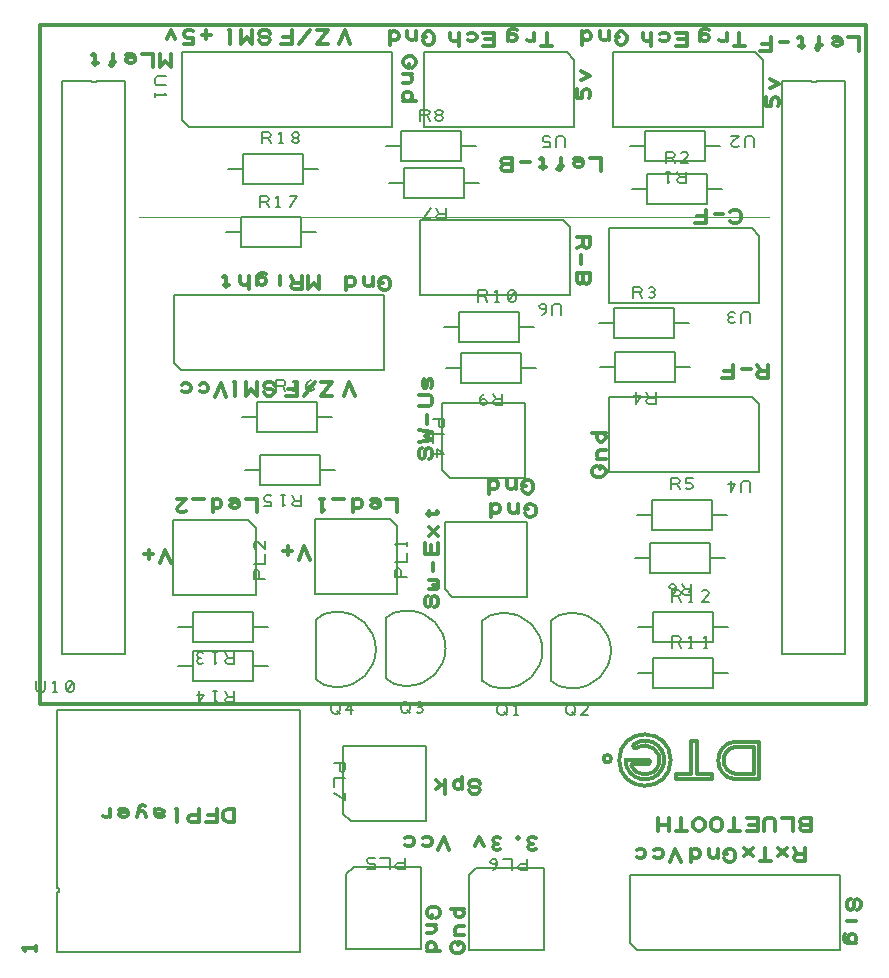
<source format=gbr>
G04 DesignSpark PCB Gerber Version 9.0 Build 5138 *
G04 #@! TF.Part,Single*
G04 #@! TF.FileFunction,Legend,Top *
G04 #@! TF.FilePolarity,Positive *
%FSLAX35Y35*%
%MOIN*%
%ADD22C,0.00394*%
%ADD12C,0.00500*%
%ADD10C,0.01181*%
%ADD19C,0.01200*%
X0Y0D02*
D02*
D10*
X6623Y14168D02*
Y15644D01*
Y14906D02*
X2194D01*
X2932Y14168*
X51431Y143326D02*
X49585Y147756D01*
X47740Y143326*
X45526Y146279D02*
X42573D01*
X44049Y147756D02*
Y144803D01*
X51431Y313110D02*
Y308681D01*
X49585Y310895*
X47740Y308681*
Y313110*
X45526Y308681D02*
Y313110D01*
X41835*
X36667Y312741D02*
X37036Y313110D01*
X37774*
X38513*
X39251Y312741*
X39620Y312003*
Y310895*
X39251Y310526*
X38513Y310157*
X37774*
X37036Y310526*
X36667Y310895*
Y311265*
X37036Y311633*
X37774Y312003*
X38513*
X39251Y311633*
X39620Y311265*
X32238Y313110D02*
Y309419D01*
X31869Y309050*
X31500*
X31131Y309419*
X32976Y310526D02*
X31500D01*
X27194Y310157D02*
X25471D01*
X26333Y309419D02*
Y312741D01*
X25963Y313110*
X25594*
X25225Y312741*
X64817Y319507D02*
X61864D01*
X63341Y320984D02*
Y318031D01*
X58911Y320615D02*
X58173Y320984D01*
X57066*
X56328Y320615*
X55959Y319877*
Y319507*
X56328Y318769*
X57066Y318400*
X58911*
Y316555*
X55959*
X53006Y318031D02*
X51530Y320984D01*
X50053Y318031*
X69935Y198838D02*
X68089Y203267D01*
X66244Y198838*
X61077Y200684D02*
X61815Y200315D01*
X62922*
X63660Y200684*
X64030Y201422*
Y202160*
X63660Y202898*
X62922Y203267*
X61815*
X61077Y202898*
X55171Y200684D02*
X55909Y200315D01*
X57017*
X57755Y200684*
X58124Y201422*
Y202160*
X57755Y202898*
X57017Y203267*
X55909*
X55171Y202898*
X72691Y61535D02*
Y57106D01*
X70476*
X69738Y57475*
X69369Y57844*
X69000Y58582*
Y60059*
X69369Y60797*
X69738Y61166*
X70476Y61535*
X72691*
X66785D02*
Y57106D01*
X63094*
X63833Y59320D02*
X66785D01*
X60880Y61535D02*
Y57106D01*
X58296*
X57558Y57475*
X57189Y58213*
X57558Y58952*
X58296Y59320*
X60880*
X53129Y61535D02*
X53498D01*
Y57106*
X49069Y58952D02*
X48331Y58582D01*
X47223*
X46485Y58952*
X46116Y59690*
Y60797*
X46485Y61166*
X47223Y61535*
X47961*
X48700Y61166*
X49069Y60797*
Y60428*
X48700Y60059*
X47961Y59690*
X47223*
X46485Y60059*
X46116Y60428*
Y60797D02*
Y61535D01*
X43163Y58582D02*
X42794Y60059D01*
X42056Y60797*
X41318*
X40580Y60059*
X40211Y58582*
X40580Y60059D02*
X40949Y61535D01*
X41318Y62273*
X42056Y62643*
X42794Y62273*
X34305Y61166D02*
X34674Y61535D01*
X35412*
X36150*
X36889Y61166*
X37258Y60428*
Y59320*
X36889Y58952*
X36150Y58582*
X35412*
X34674Y58952*
X34305Y59320*
Y59690*
X34674Y60059*
X35412Y60428*
X36150*
X36889Y60059*
X37258Y59690*
X31352Y61535D02*
Y58582D01*
Y59690D02*
X30983Y58952D01*
X30245Y58582*
X29507*
X28769Y58952*
X80171Y160256D02*
Y164685D01*
X76480*
X71313Y164316D02*
X71682Y164685D01*
X72420*
X73158*
X73896Y164316*
X74266Y163578*
Y162470*
X73896Y162101*
X73158Y161732*
X72420*
X71682Y162101*
X71313Y162470*
Y162839*
X71682Y163208*
X72420Y163578*
X73158*
X73896Y163208*
X74266Y162839*
X65407D02*
X65776Y162101D01*
X66515Y161732*
X67253*
X67991Y162101*
X68360Y162839*
Y163578*
X67991Y164316*
X67253Y164685*
X66515*
X65776Y164316*
X65407Y163578*
Y164685D02*
Y160256D01*
X62455Y164685D02*
X58764D01*
X53596D02*
X56549D01*
X53965Y162101*
X53596Y161363*
X53965Y160625*
X54704Y160256*
X55811*
X56549Y160625*
X84502Y319877D02*
X84133Y320615D01*
X83394Y320984*
X81918*
X81180Y320615*
X80811Y319877*
X81180Y319139*
X81918Y318769*
X83394*
X84133Y318400*
X84502Y317662*
X84133Y316924*
X83394Y316555*
X81918*
X81180Y316924*
X80811Y317662*
X78596Y320984D02*
Y316555D01*
X76751Y318769*
X74906Y316555*
Y320984*
X70845D02*
X71215D01*
Y316555*
X86077Y202554D02*
X85707Y203292D01*
X84969Y203661*
X83493*
X82755Y203292*
X82386Y202554*
X82755Y201816*
X83493Y201446*
X84969*
X85707Y201078*
X86077Y200339*
X85707Y199601*
X84969Y199232*
X83493*
X82755Y199601*
X82386Y200339*
X80171Y203661D02*
Y199232D01*
X78326Y201446*
X76480Y199232*
Y203661*
X72420D02*
X72789D01*
Y199232*
X97888Y144507D02*
X96042Y148937D01*
X94197Y144507*
X91982Y147460D02*
X89030D01*
X90506Y148937D02*
Y145984D01*
X101037Y239094D02*
Y234665D01*
X99192Y236880*
X97346Y234665*
Y239094*
X95132D02*
Y234665D01*
X92548*
X91810Y235034*
X91441Y235772*
X91810Y236511*
X92548Y236880*
X95132*
X92548D02*
X91441Y239094D01*
X87750D02*
Y236141D01*
Y235034D02*
X80368Y237249*
X80737Y236511D01*
X81475Y236141*
X82213*
X82952Y236511*
X83321Y237249*
Y237618*
X82952Y238356*
X82213Y238725*
X81475*
X80737Y238356*
X80368Y237618*
Y236141D02*
Y239094D01*
X80737Y239832*
X81475Y240202*
X82583*
X83321Y239832*
X77415Y239094D02*
Y234665D01*
Y237249D02*
X77046Y236511D01*
X76308Y236141*
X75570*
X74831Y236511*
X74463Y237249*
Y239094*
X70894Y236141D02*
X69172D01*
X70033Y235403D02*
Y238725D01*
X69664Y239094*
X69295*
X68926Y238725*
X103793Y316555D02*
X100102D01*
X103793Y320984*
X100102*
X97888D02*
X94197Y316555D01*
X91982Y320984D02*
Y316555D01*
X88291*
X89030Y318769D02*
X91982D01*
X105368Y199232D02*
X101677D01*
X105368Y203661*
X101677*
X99463D02*
X95772Y199232D01*
X93557Y203661D02*
Y199232D01*
X89866*
X90604Y201446D02*
X93557D01*
X111274Y316555D02*
X109428Y320984D01*
X107583Y316555*
X112848Y199232D02*
X111003Y203661D01*
X109157Y199232*
X122076Y236855D02*
X120969D01*
Y237224*
X121337Y237962*
X121707Y238331*
X122445Y238700*
X123183*
X123921Y238331*
X124290Y237962*
X124659Y237224*
Y235748*
X124290Y235009*
X123921Y234641*
X123183Y234271*
X122445*
X121707Y234641*
X121337Y235009*
X120969Y235748*
X118754Y238700D02*
Y235748D01*
Y236855D02*
X118385Y236117D01*
X117646Y235748*
X116908*
X116170Y236117*
X115801Y236855*
Y238700*
X109896Y236855D02*
X110265Y236117D01*
X111003Y235748*
X111741*
X112479Y236117*
X112848Y236855*
Y237593*
X112479Y238331*
X111741Y238700*
X111003*
X110265Y238331*
X109896Y237593*
Y238700D02*
Y234271D01*
X127022Y160256D02*
Y164685D01*
X123331*
X118163Y164316D02*
X118532Y164685D01*
X119270*
X120009*
X120747Y164316*
X121116Y163578*
Y162470*
X120747Y162101*
X120009Y161732*
X119270*
X118532Y162101*
X118163Y162470*
Y162839*
X118532Y163208*
X119270Y163578*
X120009*
X120747Y163208*
X121116Y162839*
X112258D02*
X112627Y162101D01*
X113365Y161732*
X114103*
X114841Y162101*
X115211Y162839*
Y163578*
X114841Y164316*
X114103Y164685*
X113365*
X112627Y164316*
X112258Y163578*
Y164685D02*
Y160256D01*
X109305Y164685D02*
X105614D01*
X102661D02*
X101185D01*
X101923D02*
Y160256D01*
X102661Y160994*
X130762Y309665D02*
Y308558D01*
X130393*
X129655Y308927*
X129285Y309296*
X128917Y310034*
Y310772*
X129285Y311511*
X129655Y311880*
X130393Y312249*
X131869*
X132607Y311880*
X132976Y311511*
X133346Y310772*
Y310034*
X132976Y309296*
X132607Y308927*
X131869Y308558*
X128917Y306343D02*
X131869D01*
X130762D02*
X131500Y305974D01*
X131869Y305236*
Y304498*
X131500Y303759*
X130762Y303391*
X128917*
X130762Y297485D02*
X131500Y297854D01*
X131869Y298592*
Y299330*
X131500Y300069*
X130762Y300438*
X130024*
X129285Y300069*
X128917Y299330*
Y298592*
X129285Y297854*
X130024Y297485*
X128917D02*
X133346D01*
X138636Y26200D02*
Y25093D01*
X138267*
X137529Y25462*
X137159Y25831*
X136791Y26570*
Y27308*
X137159Y28046*
X137529Y28415*
X138267Y28784*
X139743*
X140481Y28415*
X140850Y28046*
X141220Y27308*
Y26570*
X140850Y25831*
X140481Y25462*
X139743Y25093*
X136791Y22879D02*
X139743D01*
X138636D02*
X139374Y22509D01*
X139743Y21771*
Y21033*
X139374Y20295*
X138636Y19926*
X136791*
X138636Y14020D02*
X139374Y14389D01*
X139743Y15128*
Y15866*
X139374Y16604*
X138636Y16973*
X137898*
X137159Y16604*
X136791Y15866*
Y15128*
X137159Y14389*
X137898Y14020*
X136791D02*
X141220D01*
X136643Y318745D02*
X135535D01*
Y319114*
X135904Y319852*
X136274Y320221*
X137012Y320590*
X137750*
X138488Y320221*
X138857Y319852*
X139226Y319114*
Y317637*
X138857Y316899*
X138488Y316530*
X137750Y316161*
X137012*
X136274Y316530*
X135904Y316899*
X135535Y317637*
X133321Y320590D02*
Y317637D01*
Y318745D02*
X132952Y318007D01*
X132213Y317637*
X131475*
X130737Y318007*
X130368Y318745*
Y320590*
X124463Y318745D02*
X124831Y318007D01*
X125570Y317637*
X126308*
X127046Y318007*
X127415Y318745*
Y319483*
X127046Y320221*
X126308Y320590*
X125570*
X124831Y320221*
X124463Y319483*
Y320590D02*
Y316161D01*
X137406Y177997D02*
X138144Y178366D01*
X138513Y179104*
Y180581*
X138144Y181319*
X137406Y181688*
X136667Y181319*
X136298Y180581*
Y179104*
X135929Y178366*
X135191Y177997*
X134453Y178366*
X134083Y179104*
Y180581*
X134453Y181319*
X135191Y181688*
X134083Y183902D02*
X138513Y184272D01*
X136298Y185748*
X138513Y187224*
X134083Y187593*
X137036Y189808D02*
Y192761D01*
X134083Y195713D02*
X137406D01*
X138144Y196083*
X138513Y196821*
Y198297*
X138144Y199035*
X137406Y199404*
X134083*
X138144Y201619D02*
X138513Y202357D01*
Y203833*
X138144Y204572*
X137406*
X137036Y203833*
Y202357*
X136667Y201619*
X135929*
X135560Y202357*
Y203833*
X135929Y204572*
X139374Y128784D02*
X140112Y129154D01*
X140481Y129892*
Y131368*
X140112Y132106*
X139374Y132475*
X138636Y132106*
X138267Y131368*
Y129892*
X137898Y129154*
X137159Y128784*
X136421Y129154*
X136052Y129892*
Y131368*
X136421Y132106*
X137159Y132475*
X137528Y134690D02*
X140112D01*
X140481Y135059*
Y135797*
X140112Y136166*
X139005*
X140112D02*
X140481Y136535D01*
Y137274*
X140112Y137643*
X137528*
X139005Y140595D02*
Y143548D01*
X140481Y146501D02*
X136052D01*
Y150192*
X138267Y149454D02*
Y146501D01*
X140481D02*
Y150192D01*
Y152406D02*
X137528Y155359D01*
X140481D02*
X137528Y152406D01*
Y158927D02*
Y160650D01*
X136790Y159788D02*
X140112D01*
X140481Y160157*
Y160526*
X140112Y160896*
X144344Y47657D02*
X142499Y52086D01*
X140654Y47657*
X135486Y49503D02*
X136224Y49133D01*
X137331*
X138070Y49503*
X138439Y50241*
Y50979*
X138070Y51717*
X137331Y52086*
X136224*
X135486Y51717*
X129581Y49503D02*
X130319Y49133D01*
X131426*
X132164Y49503*
X132533Y50241*
Y50979*
X132164Y51717*
X131426Y52086*
X130319*
X129581Y51717*
X147297Y16014D02*
Y17121D01*
X147666*
X148404Y16752*
X148774Y16383*
X149143Y15644*
Y14906*
X148774Y14168*
X148404Y13799*
X147666Y13430*
X146190*
X145452Y13799*
X145083Y14168*
X144713Y14906*
Y15644*
X145083Y16383*
X145452Y16752*
X146190Y17121*
X149143Y19335D02*
X146190D01*
X147297D02*
X146559Y19705D01*
X146190Y20443*
Y21181*
X146559Y21919*
X147297Y22288*
X149143*
X147297Y28194D02*
X146559Y27825D01*
X146190Y27087*
Y26348*
X146559Y25610*
X147297Y25241*
X148035*
X148774Y25610*
X149143Y26348*
Y27087*
X148774Y27825*
X148035Y28194*
X149143D02*
X144713D01*
X154581Y69877D02*
X154211Y70615D01*
X153473Y70984*
X151997*
X151259Y70615*
X150890Y69877*
X151259Y69139*
X151997Y68769*
X153473*
X154211Y68400*
X154581Y67662*
X154211Y66924*
X153473Y66555*
X151997*
X151259Y66924*
X150890Y67662*
X148675Y68031D02*
Y72091D01*
Y69877D02*
X148306Y70615D01*
X147568Y70984*
X146830*
X146091Y70615*
X145722Y69877*
Y69139*
X146091Y68400*
X146830Y68031*
X147568*
X148306Y68400*
X148675Y69139*
Y69877*
X142770Y70984D02*
Y66555D01*
Y69507D02*
X141662D01*
X139817Y68031*
X141662Y69507D02*
X139817Y70984D01*
X159305Y320196D02*
Y315767D01*
X155614*
X156352Y317982D02*
X159305D01*
Y320196D02*
X155614D01*
X150447Y317613D02*
X151185Y317244D01*
X152292*
X153030Y317613*
X153400Y318351*
Y319089*
X153030Y319828*
X152292Y320196*
X151185*
X150447Y319828*
X147494Y320196D02*
Y315767D01*
Y318351D02*
X147125Y317613D01*
X146387Y317244*
X145648*
X144910Y317613*
X144541Y318351*
Y320196*
X169713Y169139D02*
X168606D01*
Y169507*
X168975Y170246*
X169344Y170615*
X170083Y170984*
X170821*
X171559Y170615*
X171928Y170246*
X172297Y169507*
Y168031*
X171928Y167293*
X171559Y166924*
X170821Y166555*
X170083*
X169344Y166924*
X168975Y167293*
X168606Y168031*
X166392Y170984D02*
Y168031D01*
Y169139D02*
X166022Y168400D01*
X165284Y168031*
X164546*
X163808Y168400*
X163439Y169139*
Y170984*
X157533Y169139D02*
X157902Y168400D01*
X158641Y168031*
X159379*
X160117Y168400*
X160486Y169139*
Y169877*
X160117Y170615*
X159379Y170984*
X158641*
X157902Y170615*
X157533Y169877*
Y170984D02*
Y166555D01*
X170501Y161265D02*
X169394D01*
Y161633*
X169763Y162372*
X170132Y162741*
X170870Y163110*
X171608*
X172346Y162741*
X172715Y162372*
X173085Y161633*
Y160157*
X172715Y159419*
X172346Y159050*
X171608Y158681*
X170870*
X170132Y159050*
X169763Y159419*
X169394Y160157*
X167179Y163110D02*
Y160157D01*
Y161265D02*
X166810Y160526D01*
X166072Y160157*
X165333*
X164595Y160526*
X164226Y161265*
Y163110*
X158321Y161265D02*
X158690Y160526D01*
X159428Y160157*
X160166*
X160904Y160526*
X161274Y161265*
Y162003*
X160904Y162741*
X160166Y163110*
X159428*
X158690Y162741*
X158321Y162003*
Y163110D02*
Y158681D01*
X173109Y51717D02*
X172371Y52086D01*
X171633*
X170894Y51717*
X170526Y50979*
X170894Y50241*
X171633Y49872*
X172371*
X171633D02*
X170894Y49503D01*
X170526Y48765*
X170894Y48026*
X171633Y47657*
X172371*
X173109Y48026*
X167204Y52086D02*
X166835Y51717D01*
X167204Y51348*
X167573Y51717*
X167204Y52086*
X161298Y51717D02*
X160560Y52086D01*
X159822*
X159083Y51717*
X158715Y50979*
X159083Y50241*
X159822Y49872*
X160560*
X159822D02*
X159083Y49503D01*
X158715Y48765*
X159083Y48026*
X159822Y47657*
X160560*
X161298Y48026*
X155762Y49133D02*
X154285Y52086D01*
X152809Y49133*
X176751Y320196D02*
Y315767D01*
X178596D02*
X174906D01*
X172691Y320196D02*
Y317244D01*
Y318351D02*
X172322Y317613D01*
X171583Y317244*
X170845*
X170107Y317613*
X163833Y318351D02*
X164202Y317613D01*
X164940Y317244*
X165678*
X166416Y317613*
X166785Y318351*
Y318720*
X166416Y319458*
X165678Y319828*
X164940*
X164202Y319458*
X163833Y318720*
Y317244D02*
Y320196D01*
X164202Y320935*
X164940Y321304*
X166047*
X166785Y320935*
X186791Y252013D02*
X191220D01*
Y249429*
X190850Y248691*
X190112Y248322*
X189374Y248691*
X189005Y249429*
Y252013*
Y249429D02*
X186791Y248322D01*
X188267Y246107D02*
Y243154D01*
X189005Y237618D02*
X188636Y236880D01*
X187898Y236511*
X187159Y236880*
X186791Y237618*
Y240202*
X191220*
Y237618*
X190850Y236880*
X190112Y236511*
X189374Y236880*
X189005Y237618*
Y240202*
X190900Y298469D02*
X191269Y299207D01*
Y300315*
X190900Y301053*
X190161Y301422*
X189792*
X189054Y301053*
X188685Y300315*
Y298469*
X186839*
Y301422*
X188316Y304375D02*
X191269Y305851D01*
X188316Y307328*
X194738Y274035D02*
Y278464D01*
X191047*
X185880Y278095D02*
X186249Y278464D01*
X186987*
X187725*
X188463Y278095*
X188833Y277357*
Y276250*
X188463Y275881*
X187725Y275511*
X186987*
X186249Y275881*
X185880Y276250*
Y276619*
X186249Y276988*
X186987Y277357*
X187725*
X188463Y276988*
X188833Y276619*
X181451Y278464D02*
Y274773D01*
X181081Y274404*
X180713*
X180343Y274773*
X182189Y275881D02*
X180713D01*
X176406Y275511D02*
X174684D01*
X175545Y274773D02*
Y278095D01*
X175176Y278464*
X174807*
X174438Y278095*
X171116Y276988D02*
X168163D01*
X162627Y276250D02*
X161889Y276619D01*
X161520Y277357*
X161889Y278095*
X162627Y278464*
X165211*
Y274035*
X162627*
X161889Y274404*
X161520Y275143*
X161889Y275881*
X162627Y276250*
X165211*
X194541Y174675D02*
Y175782D01*
X194910*
X195648Y175413*
X196018Y175044*
X196387Y174306*
Y173568*
X196018Y172830*
X195648Y172461*
X194910Y172091*
X193434*
X192696Y172461*
X192327Y172830*
X191957Y173568*
Y174306*
X192327Y175044*
X192696Y175413*
X193434Y175782*
X196387Y177997D02*
X193434D01*
X194541D02*
X193803Y178366D01*
X193434Y179104*
Y179843*
X193803Y180581*
X194541Y180950*
X196387*
X194541Y186855D02*
X193803Y186486D01*
X193434Y185748*
Y185010*
X193803Y184272*
X194541Y183902*
X195280*
X196018Y184272*
X196387Y185010*
Y185748*
X196018Y186486*
X195280Y186855*
X196387D02*
X191957D01*
X198252Y78160D02*
G75*
G03X195697I-1278D01*
G01*
G75*
G03X198252I1278*
G01*
X200816Y318745D02*
X199709D01*
Y319114*
X200078Y319852*
X200447Y320221*
X201185Y320590*
X201923*
X202661Y320221*
X203030Y319852*
X203400Y319114*
Y317637*
X203030Y316899*
X202661Y316530*
X201923Y316161*
X201185*
X200447Y316530*
X200078Y316899*
X199709Y317637*
X197494Y320590D02*
Y317637D01*
Y318745D02*
X197125Y318007D01*
X196387Y317637*
X195648*
X194910Y318007*
X194541Y318745*
Y320590*
X188636Y318745D02*
X189005Y318007D01*
X189743Y317637*
X190481*
X191219Y318007*
X191589Y318745*
Y319483*
X191219Y320221*
X190481Y320590*
X189743*
X189005Y320221*
X188636Y319483*
Y320590D02*
Y316161D01*
X210765Y76424D02*
G75*
G03Y77778J677D01*
G01*
X203066*
G75*
G03X205908Y83076I6455J-52*
G01*
G75*
G03X206807Y81744I450J-665*
G01*
G75*
G02X204967Y76061I2714J-4018*
G01*
G75*
G02X205217Y76424I257J91*
G01*
X210765*
X218096Y77726D02*
G75*
G03X200945I-8576D01*
G01*
G75*
G03X218096I8576*
G01*
X221510Y43720D02*
X219664Y48149D01*
X217819Y43720*
X212652Y45566D02*
X213390Y45196D01*
X214497*
X215235Y45566*
X215604Y46304*
Y47042*
X215235Y47780*
X214497Y48149*
X213390*
X212652Y47780*
X206746Y45566D02*
X207484Y45196D01*
X208591*
X209330Y45566*
X209699Y46304*
Y47042*
X209330Y47780*
X208591Y48149*
X207484*
X206746Y47780*
X223478Y320196D02*
Y315767D01*
X219787*
X220526Y317982D02*
X223478D01*
Y320196D02*
X219787D01*
X214620Y317613D02*
X215358Y317244D01*
X216465*
X217204Y317613*
X217573Y318351*
Y319089*
X217204Y319828*
X216465Y320196*
X215358*
X214620Y319828*
X211667Y320196D02*
Y315767D01*
Y318351D02*
X211298Y317613D01*
X210560Y317244*
X209822*
X209083Y317613*
X208715Y318351*
Y320196*
X226752Y83910D02*
X225029D01*
Y73069*
X219878*
Y71320*
X231955*
Y73069*
X226752*
Y83910*
X237036Y46304D02*
X235929D01*
Y46673*
X236298Y47411*
X236667Y47780*
X237406Y48149*
X238144*
X238882Y47780*
X239251Y47411*
X239620Y46673*
Y45196*
X239251Y44458*
X238882Y44089*
X238144Y43720*
X237406*
X236667Y44089*
X236298Y44458*
X235929Y45196*
X233715Y48149D02*
Y45196D01*
Y46304D02*
X233345Y45566D01*
X232607Y45196*
X231869*
X231131Y45566*
X230762Y46304*
Y48149*
X224856Y46304D02*
X225225Y45566D01*
X225963Y45196*
X226702*
X227440Y45566*
X227809Y46304*
Y47042*
X227440Y47780*
X226702Y48149*
X225963*
X225225Y47780*
X224856Y47042*
Y48149D02*
Y43720D01*
X237898Y260403D02*
X238267Y260772D01*
X239005Y261141*
X240112*
X240850Y260772*
X241219Y260403*
X241589Y259665*
Y258189*
X241219Y257450*
X240850Y257081*
X240112Y256712*
X239005*
X238267Y257081*
X237898Y257450*
X235683Y259665D02*
X232730D01*
X229778Y261141D02*
Y256712D01*
X226087*
X226825Y258927D02*
X229778D01*
X240924Y320196D02*
Y315767D01*
X242770D02*
X239079D01*
X236864Y320196D02*
Y317244D01*
Y318351D02*
X236495Y317613D01*
X235757Y317244*
X235019*
X234280Y317613*
X228006Y318351D02*
X228375Y317613D01*
X229113Y317244*
X229851*
X230589Y317613*
X230959Y318351*
Y318720*
X230589Y319458*
X229851Y319828*
X229113*
X228375Y319458*
X228006Y318720*
Y317244D02*
Y320196D01*
X228375Y320935*
X229113Y321304*
X230220*
X230959Y320935*
X245717Y82123D02*
X239661D01*
G75*
G03Y73130I632J-4496*
G01*
X245717*
Y82123*
X247494Y83902D02*
X239661D01*
G75*
G03Y71301I615J-6300*
G01*
X247494*
Y83902*
X250644Y209567D02*
Y205137D01*
X248060*
X247322Y205507*
X246953Y206245*
X247322Y206983*
X248060Y207352*
X250644*
X248060D02*
X246953Y209567D01*
X244738Y208090D02*
X241785D01*
X238833Y209567D02*
Y205137D01*
X235142*
X235880Y207352D02*
X238833D01*
X249585Y48543D02*
Y44114D01*
X251431D02*
X247740D01*
X245526Y48543D02*
X242573Y45590D01*
Y48543D02*
X245526Y45590D01*
X253892Y295713D02*
X254261Y296452D01*
Y297559*
X253892Y298297*
X253154Y298666*
X252784*
X252046Y298297*
X251677Y297559*
Y295713*
X249831*
Y298666*
X251308Y301619D02*
X254261Y303095D01*
X251308Y304572*
X262848Y48543D02*
Y44114D01*
X260265*
X259526Y44483*
X259157Y45221*
X259526Y45959*
X260265Y46328*
X262848*
X260265D02*
X259157Y48543D01*
X256943D02*
X253990Y45590D01*
Y48543D02*
X256943Y45590D01*
X262233Y56171D02*
X261495Y56540D01*
X261126Y57278*
X261495Y58017*
X262233Y58385*
X264817*
Y53956*
X262233*
X261495Y54326*
X261126Y55064*
X261495Y55802*
X262233Y56171*
X264817*
X258911Y53956D02*
Y58385D01*
X255220*
X253006Y53956D02*
Y57278D01*
X252637Y58017*
X251898Y58385*
X250422*
X249684Y58017*
X249315Y57278*
Y53956*
X247100Y58385D02*
Y53956D01*
X243409*
X244148Y56171D02*
X247100D01*
Y58385D02*
X243409D01*
X239349D02*
Y53956D01*
X241195D02*
X237504D01*
X235289Y56909D02*
Y55433D01*
X234920Y54694*
X234551Y54326*
X233813Y53956*
X233075*
X232337Y54326*
X231967Y54694*
X231598Y55433*
Y56909*
X231967Y57647*
X232337Y58017*
X233075Y58385*
X233813*
X234551Y58017*
X234920Y57647*
X235289Y56909*
X229384D02*
Y55433D01*
X229015Y54694*
X228646Y54326*
X227907Y53956*
X227169*
X226431Y54326*
X226062Y54694*
X225693Y55433*
Y56909*
X226062Y57647*
X226431Y58017*
X227169Y58385*
X227907*
X228646Y58017*
X229015Y57647*
X229384Y56909*
X221633Y58385D02*
Y53956D01*
X223478D02*
X219787D01*
X217573Y58385D02*
Y53956D01*
Y56171D02*
X213882D01*
Y58385D02*
Y53956D01*
X278055Y31540D02*
X277317Y31171D01*
X276948Y30433*
Y28956*
X277317Y28218*
X278055Y27849*
X278793Y28218*
X279163Y28956*
Y30433*
X279531Y31171*
X280270Y31540*
X281008Y31171*
X281377Y30433*
Y28956*
X281008Y28218*
X280270Y27849*
X276948Y24158D02*
X279901D01*
X281008D02*
X278793Y16776*
X279531Y17145D01*
X279901Y17883*
Y18622*
X279531Y19360*
X278793Y19729*
X278424*
X277686Y19360*
X277317Y18622*
Y17883*
X277686Y17145*
X278424Y16776*
X279901D02*
X276948D01*
X276210Y17145*
X275841Y17883*
Y18991*
X276210Y19729*
X280959Y314193D02*
Y318622D01*
X277268*
X272100Y318253D02*
X272469Y318622D01*
X273207*
X273946*
X274684Y318253*
X275053Y317515*
Y316407*
X274684Y316038*
X273946Y315669*
X273207*
X272469Y316038*
X272100Y316407*
Y316776*
X272469Y317145*
X273207Y317515*
X273946*
X274684Y317145*
X275053Y316776*
X267671Y318622D02*
Y314931D01*
X267302Y314562*
X266933*
X266564Y314931*
X268409Y316038D02*
X266933D01*
X262627Y315669D02*
X260904D01*
X261766Y314931D02*
Y318253D01*
X261396Y318622*
X261028*
X260658Y318253*
X257337Y317145D02*
X254384D01*
X251431Y318622D02*
Y314193D01*
X247740*
X248478Y316407D02*
X251431D01*
D02*
D12*
X6549Y104062D02*
Y101250D01*
X6862Y100625*
X7487Y100312*
X8737*
X9362Y100625*
X9674Y101250*
Y104062*
X12174Y100312D02*
X13424D01*
X12799D02*
Y104062D01*
X12174Y103437*
X16862Y100625D02*
X17487Y100312D01*
X18112*
X18737Y100625*
X19049Y101250*
Y103125*
X18737Y103750*
X18112Y104062*
X17487*
X16862Y103750*
X16549Y103125*
Y101250*
X16862Y100625*
X18737Y103750*
X13549Y94375D02*
X94549D01*
Y13875*
X13549*
Y33750*
X14174*
Y35000*
X13549*
Y94375*
X36341Y304206D02*
Y113206D01*
X15341*
Y304206*
X25216*
Y303581*
X26466*
Y304206*
X36341*
X50028Y305706D02*
X47216D01*
X46591Y305393*
X46278Y304768*
Y303518*
X46591Y302893*
X47216Y302580*
X50028*
X46278Y300080D02*
Y298830D01*
Y299456D02*
X50028D01*
X49403Y300080*
X52415Y232623D02*
X122415D01*
Y207623*
X54915*
X52415Y210123*
Y232623*
X55171Y313725D02*
X125171D01*
Y288725*
X57671*
X55171Y291225*
Y313725*
X58833Y109099D02*
X53833D01*
X58833Y122091D02*
X53833D01*
X69817Y253587D02*
X74817D01*
X70604Y274847D02*
X75604D01*
X72583Y100662D02*
Y96912D01*
X70395*
X69770Y97224*
X69457Y97849*
X69770Y98474*
X70395Y98787*
X72583*
X70395D02*
X69457Y100662D01*
X66957D02*
X65707D01*
X66333D02*
Y96912D01*
X66957Y97537*
X61020Y100662D02*
Y96912D01*
X62583Y99412*
X60083*
X72583Y113654D02*
Y109904D01*
X70395*
X69770Y110216*
X69457Y110841*
X69770Y111466*
X70395Y111779*
X72583*
X70395D02*
X69457Y113654D01*
X66957D02*
X65707D01*
X66333D02*
Y109904D01*
X66957Y110529*
X62270Y113341D02*
X61645Y113654D01*
X61020*
X60395Y113341*
X60083Y112716*
X60395Y112091*
X61020Y111779*
X61645*
X61020D02*
X60395Y111466D01*
X60083Y110841*
X60395Y110216*
X61020Y109904*
X61645*
X62270Y110216*
X74817Y248587D02*
Y258587D01*
X94817*
Y248587*
X74817*
X75329Y192170D02*
X80329D01*
X75604Y269847D02*
Y279847D01*
X95604*
Y269847*
X75604*
X78833Y114099D02*
Y104099D01*
X58833*
Y114099*
X78833*
Y127091D02*
Y117091D01*
X58833*
Y127091*
X78833*
X79774Y132713D02*
X52274D01*
Y157713*
X77274*
X79774Y155213*
Y132713*
X80329Y187170D02*
Y197170D01*
X100329*
Y187170*
X80329*
X81067Y262025D02*
Y265775D01*
X83254*
X83880Y265463*
X84192Y264837*
X83880Y264213*
X83254Y263900*
X81067*
X83254D02*
X84192Y262025D01*
X86692D02*
X87942D01*
X87317D02*
Y265775D01*
X86692Y265150*
X91067Y262025D02*
X93567Y265775D01*
X91067*
X81274Y174454D02*
X76274D01*
X81854Y283285D02*
Y287035D01*
X84042*
X84667Y286722*
X84980Y286097*
X84667Y285472*
X84042Y285160*
X81854*
X84042D02*
X84980Y283285D01*
X87480D02*
X88730D01*
X88104D02*
Y287035D01*
X87480Y286410*
X92792Y285160D02*
X93417D01*
X94042Y285472*
X94354Y286097*
X94042Y286722*
X93417Y287035*
X92792*
X92167Y286722*
X91854Y286097*
X92167Y285472*
X92792Y285160*
X92167Y284847*
X91854Y284222*
X92167Y283597*
X92792Y283285*
X93417*
X94042Y283597*
X94354Y284222*
X94042Y284847*
X93417Y285160*
X82836Y138213D02*
X79086D01*
Y140401*
X79398Y141026*
X80024Y141339*
X80648Y141026*
X80961Y140401*
Y138213*
X79086Y143213D02*
X82836D01*
Y146339*
Y150713D02*
Y148213D01*
X80648Y150401*
X80024Y150713*
X79398Y150401*
X79086Y149776*
Y148839*
X79398Y148213*
X83833Y109099D02*
X78833D01*
X83833Y122091D02*
X78833D01*
X86579Y200607D02*
Y204357D01*
X88766*
X89391Y204045*
X89704Y203420*
X89391Y202795*
X88766Y202483*
X86579*
X88766D02*
X89704Y200607D01*
X92204D02*
X93454D01*
X92829D02*
Y204357D01*
X92204Y203733*
X96579Y201545D02*
X96891Y202170D01*
X97516Y202483*
X98141*
X98766Y202170*
X99079Y201545*
X98766Y200920*
X98141Y200607*
X97516*
X96891Y200920*
X96579Y201545*
Y202483*
X96891Y203420*
X97516Y204045*
X98141Y204357*
X94817Y253587D02*
X99817D01*
X95024Y166016D02*
Y162266D01*
X92836*
X92211Y162578*
X91898Y163204*
X92211Y163828*
X92836Y164141*
X95024*
X92836D02*
X91898Y166016D01*
X89398D02*
X88148D01*
X88774D02*
Y162266D01*
X89398Y162891*
X85024Y165704D02*
X84398Y166016D01*
X83461*
X82836Y165704*
X82524Y165078*
Y164766*
X82836Y164141*
X83461Y163828*
X85024*
Y162266*
X82524*
X95604Y274847D02*
X100604D01*
X100329Y192170D02*
X105329D01*
X101274Y179454D02*
Y169454D01*
X81274*
Y179454*
X101274*
X104837Y94279D02*
Y95529D01*
X105149Y96154*
X105462Y96467*
X106087Y96779*
X106712*
X107337Y96467*
X107649Y96154*
X107962Y95529*
Y94279*
X107649Y93654*
X107337Y93341*
X106712Y93029*
X106087*
X105462Y93341*
X105149Y93654*
X104837Y94279*
X107024Y93967D02*
X107962Y93029D01*
X111399D02*
Y96779D01*
X109837Y94279*
X112337*
X105853Y76835D02*
X109603D01*
Y74648*
X109291Y74023*
X108665Y73710*
X108041Y74023*
X107728Y74648*
Y76835*
X109603Y71835D02*
X105853D01*
Y68710*
Y66835D02*
X109603Y64335D01*
Y66835*
X106274Y174454D02*
X101274D01*
X107337Y127091D02*
G75*
G02X119837Y114591J-12500D01*
G01*
G75*
G02X107337Y102091I-12500*
G01*
X105837*
G75*
G02X99837Y104591I18J8493*
G01*
Y124591*
G75*
G02X105837Y127091I6018J-5993*
G01*
X107337*
X108915Y82335D02*
X136415D01*
Y57335*
X111415*
X108915Y59835*
Y82335*
X123360Y282328D02*
X128360D01*
X127018Y133107D02*
X99518D01*
Y158107*
X124518*
X127018Y155607*
Y133107*
X128065Y94672D02*
Y95922D01*
X128378Y96548*
X128690Y96860*
X129315Y97172*
X129940*
X130565Y96860*
X130878Y96548*
X131190Y95922*
Y94672*
X130878Y94048*
X130565Y93735*
X129940Y93422*
X129315*
X128690Y93735*
X128378Y94048*
X128065Y94672*
X130252Y94360D02*
X131190Y93422D01*
X133378Y93735D02*
X134002Y93422D01*
X134628*
X135252Y93735*
X135565Y94360*
X135252Y94985*
X134628Y95298*
X134002*
X134628D02*
X135252Y95610D01*
X135565Y96235*
X135252Y96860*
X134628Y97172*
X134002*
X133378Y96860*
X128360Y277328D02*
Y287328D01*
X148360*
Y277328*
X128360*
X129305Y270123D02*
X124305D01*
X129404Y45229D02*
Y41479D01*
X127216*
X126591Y41791*
X126278Y42416*
X126591Y43041*
X127216Y43354*
X129404*
X124404Y41479D02*
Y45229D01*
X121278*
X119404Y44916D02*
X118778Y45229D01*
X117841*
X117216Y44916*
X116904Y44291*
Y43979*
X117216Y43354*
X117841Y43041*
X119404*
Y41479*
X116904*
X130565Y127485D02*
G75*
G02X143065Y114985J-12500D01*
G01*
G75*
G02X130565Y102485I-12500*
G01*
X129065*
G75*
G02X123065Y104985I18J8493*
G01*
Y124985*
G75*
G02X129065Y127485I6018J-5993*
G01*
X130565*
X130080Y138607D02*
X126330D01*
Y140794*
X126643Y141420*
X127268Y141732*
X127893Y141420*
X128205Y140794*
Y138607*
X126330Y143607D02*
X130080D01*
Y146732*
Y149232D02*
Y150482D01*
Y149857D02*
X126330D01*
X126955Y149232*
X134610Y290765D02*
Y294515D01*
X136798*
X137423Y294203*
X137735Y293578*
X137423Y292953*
X136798Y292640*
X134610*
X136798D02*
X137735Y290765D01*
X140548Y292640D02*
X141173D01*
X141798Y292953*
X142110Y293578*
X141798Y294203*
X141173Y294515*
X140548*
X139923Y294203*
X139610Y293578*
X139923Y292953*
X140548Y292640*
X139923Y292328*
X139610Y291703*
X139923Y291078*
X140548Y290765*
X141173*
X141798Y291078*
X142110Y291703*
X141798Y292328*
X141173Y292640*
X134904Y42166D02*
Y14666D01*
X109904*
Y39666*
X112404Y42166*
X134904*
X138924Y191402D02*
X142674D01*
Y189215*
X142361Y188590*
X141736Y188277*
X141111Y188590*
X140799Y189215*
Y191402*
X142674Y186402D02*
X138924D01*
Y183277*
Y179840D02*
X142674D01*
X140174Y181402*
Y178902*
X141986Y196902D02*
X169486D01*
Y171902*
X144486*
X141986Y174402*
Y196902*
X142652Y222091D02*
X147652D01*
X142774Y157139D02*
X170274D01*
Y132139*
X145274*
X142774Y134639*
Y157139*
X143055Y261685D02*
Y257935D01*
X140868*
X140243Y258248*
X139930Y258873*
X140243Y259498*
X140868Y259810*
X143055*
X140868D02*
X139930Y261685D01*
X138055D02*
X135555Y257935D01*
X138055*
X147652Y217091D02*
Y227091D01*
X167652*
Y217091*
X147652*
X148203Y208312D02*
X143203D01*
X148360Y282328D02*
X153360D01*
X149305Y275123D02*
Y265123D01*
X129305*
Y275123*
X149305*
X153902Y230529D02*
Y234279D01*
X156089*
X156714Y233967*
X157027Y233341*
X156714Y232717*
X156089Y232404*
X153902*
X156089D02*
X157027Y230529D01*
X159527D02*
X160777D01*
X160152D02*
Y234279D01*
X159527Y233654*
X164214Y230841D02*
X164839Y230529D01*
X165464*
X166089Y230841*
X166402Y231467*
Y233341*
X166089Y233967*
X165464Y234279*
X164839*
X164214Y233967*
X163902Y233341*
Y231467*
X164214Y230841*
X166089Y233967*
X154305Y270123D02*
X149305D01*
X160348Y93885D02*
Y95135D01*
X160661Y95760*
X160974Y96073*
X161598Y96385*
X162224*
X162848Y96073*
X163161Y95760*
X163474Y95135*
Y93885*
X163161Y93260*
X162848Y92948*
X162224Y92635*
X161598*
X160974Y92948*
X160661Y93260*
X160348Y93885*
X162536Y93573D02*
X163474Y92635D01*
X165974D02*
X167224D01*
X166598D02*
Y96385D01*
X165974Y95760*
X161953Y199874D02*
Y196124D01*
X159765*
X159140Y196437*
X158828Y197062*
X159140Y197687*
X159765Y197999*
X161953*
X159765D02*
X158828Y199874D01*
X156015D02*
X155390Y199562D01*
X154765Y198937*
X154453Y197999*
Y197062*
X154765Y196437*
X155390Y196124*
X156015*
X156640Y196437*
X156953Y197062*
X156640Y197687*
X156015Y197999*
X155390*
X154765Y197687*
X154453Y197062*
X162848Y126698D02*
G75*
G02X175348Y114198J-12500D01*
G01*
G75*
G02X162848Y101698I-12500*
G01*
X161348*
G75*
G02X155348Y104198I18J8493*
G01*
Y124198*
G75*
G02X161348Y126698I6018J-5993*
G01*
X162848*
X167652Y222091D02*
X172652D01*
X168203Y213312D02*
Y203312D01*
X148203*
Y213312*
X168203*
X170348Y44835D02*
Y41085D01*
X168161*
X167536Y41397*
X167223Y42022*
X167536Y42647*
X168161Y42960*
X170348*
X165348Y41085D02*
Y44835D01*
X162223*
X160348Y43897D02*
X160036Y43272D01*
X159411Y42960*
X158786*
X158161Y43272*
X157848Y43897*
X158161Y44522*
X158786Y44835*
X159411*
X160036Y44522*
X160348Y43897*
Y42960*
X160036Y42022*
X159411Y41397*
X158786Y41085*
X173203Y208312D02*
X168203D01*
X175848Y41772D02*
Y14272D01*
X150848*
Y39272*
X153348Y41772*
X175848*
X181699Y226132D02*
Y228944D01*
X181386Y229570*
X180761Y229882*
X179511*
X178886Y229570*
X178574Y228944*
Y226132*
X176699Y228944D02*
X176386Y228320D01*
X175761Y228007*
X175136*
X174511Y228320*
X174199Y228944*
X174511Y229570*
X175136Y229882*
X175761*
X176386Y229570*
X176699Y228944*
Y228007*
X176386Y227070*
X175761Y226444*
X175136Y226132*
X182880Y282038D02*
Y284850D01*
X182567Y285475*
X181943Y285788*
X180693*
X180067Y285475*
X179755Y284850*
Y282038*
X177880Y285475D02*
X177255Y285788D01*
X176317*
X175693Y285475*
X175380Y284850*
Y284538*
X175693Y283913*
X176317Y283600*
X177880*
Y282038*
X175380*
X183183Y93885D02*
Y95135D01*
X183496Y95760*
X183808Y96073*
X184433Y96385*
X185058*
X185683Y96073*
X185996Y95760*
X186308Y95135*
Y93885*
X185996Y93260*
X185683Y92948*
X185058Y92635*
X184433*
X183808Y92948*
X183496Y93260*
X183183Y93885*
X185370Y93573D02*
X186308Y92635D01*
X190683D02*
X188183D01*
X190370Y94823*
X190683Y95448*
X190370Y96073*
X189746Y96385*
X188808*
X188183Y96073*
X184699Y232820D02*
X134699D01*
Y257820*
X182199*
X184699Y255320*
Y232820*
X185683Y126698D02*
G75*
G02X198183Y114198J-12500D01*
G01*
G75*
G02X185683Y101698I-12500*
G01*
X184183*
G75*
G02X178183Y104198I18J8493*
G01*
Y124198*
G75*
G02X184183Y126698I6018J-5993*
G01*
X185683*
X185880Y288725D02*
X135880D01*
Y313725*
X183380*
X185880Y311225*
Y288725*
X194226Y223272D02*
X199226D01*
Y218272D02*
Y228272D01*
X219226*
Y218272*
X199226*
X199384Y208706D02*
X194384D01*
X204384Y39316D02*
X274384D01*
Y14316*
X206884*
X204384Y16816*
Y39316*
X205250Y268154D02*
X210250D01*
X205476Y231710D02*
Y235460D01*
X207664*
X208289Y235148*
X208602Y234522*
X208289Y233898*
X207664Y233585*
X205476*
X207664D02*
X208602Y231710D01*
X210789Y232022D02*
X211414Y231710D01*
X212039*
X212664Y232022*
X212976Y232648*
X212664Y233272*
X212039Y233585*
X211414*
X212039D02*
X212664Y233898D01*
X212976Y234522*
X212664Y235148*
X212039Y235460*
X211414*
X210789Y235148*
X206825Y159493D02*
X211825D01*
X207219Y106737D02*
X212219D01*
X207219Y122091D02*
X212219D01*
X209620Y282328D02*
X204620D01*
X210250Y263154D02*
Y273154D01*
X230250*
Y263154*
X210250*
X211195Y144926D02*
X206195D01*
X211825Y154493D02*
Y164493D01*
X231825*
Y154493*
X211825*
X212219Y101737D02*
Y111737D01*
X232219*
Y101737*
X212219*
Y117091D02*
Y127091D01*
X232219*
Y117091*
X212219*
X213134Y200268D02*
Y196518D01*
X210946*
X210321Y196830*
X210009Y197456*
X210321Y198080*
X210946Y198393*
X213134*
X210946D02*
X210009Y200268D01*
X206571D02*
Y196518D01*
X208134Y199018*
X205634*
X216500Y276592D02*
Y280342D01*
X218687*
X219313Y280030*
X219625Y279404*
X219313Y278780*
X218687Y278467*
X216500*
X218687D02*
X219625Y276592D01*
X224000D02*
X221500D01*
X223687Y278780*
X224000Y279404*
X223687Y280030*
X223063Y280342*
X222125*
X221500Y280030*
X218075Y167930D02*
Y171680D01*
X220262*
X220887Y171368*
X221200Y170743*
X220887Y170118*
X220262Y169806*
X218075*
X220262D02*
X221200Y167930D01*
X223075Y168243D02*
X223700Y167930D01*
X224637*
X225262Y168243*
X225575Y168868*
Y169180*
X225262Y169806*
X224637Y170118*
X223075*
Y171680*
X225575*
X218469Y115174D02*
Y118924D01*
X220656*
X221281Y118612*
X221594Y117987*
X221281Y117362*
X220656Y117050*
X218469*
X220656D02*
X221594Y115174D01*
X224094D02*
X225344D01*
X224719D02*
Y118924D01*
X224094Y118300*
X229094Y115174D02*
X230344D01*
X229719D02*
Y118924D01*
X229094Y118300*
X218469Y130529D02*
Y134279D01*
X220656*
X221281Y133967*
X221594Y133341*
X221281Y132717*
X220656Y132404*
X218469*
X220656D02*
X221594Y130529D01*
X224094D02*
X225344D01*
X224719D02*
Y134279D01*
X224094Y133654*
X230969Y130529D02*
X228469D01*
X230656Y132717*
X230969Y133341*
X230656Y133967*
X230031Y134279*
X229094*
X228469Y133967*
X219226Y223272D02*
X224226D01*
X219384Y213706D02*
Y203706D01*
X199384*
Y213706*
X219384*
X223370Y273890D02*
Y270140D01*
X221183*
X220557Y270452*
X220245Y271078*
X220557Y271702*
X221183Y272015*
X223370*
X221183D02*
X220245Y273890D01*
X217745D02*
X216495D01*
X217120D02*
Y270140D01*
X217745Y270765*
X224384Y208706D02*
X219384D01*
X224945Y136489D02*
Y132739D01*
X222757*
X222132Y133051*
X221820Y133676*
X222132Y134301*
X222757Y134613*
X224945*
X222757D02*
X221820Y136489D01*
X219945Y135551D02*
X219632Y134926D01*
X219007Y134613*
X218382*
X217757Y134926*
X217445Y135551*
X217757Y136176*
X218382Y136489*
X219007*
X219632Y136176*
X219945Y135551*
Y134613*
X219632Y133676*
X219007Y133051*
X218382Y132739*
X229620Y287328D02*
Y277328D01*
X209620*
Y287328*
X229620*
X230250Y268154D02*
X235250D01*
X231195Y149926D02*
Y139926D01*
X211195*
Y149926*
X231195*
X231825Y159493D02*
X236825D01*
X232219Y106737D02*
X237219D01*
X232219Y122091D02*
X237219D01*
X234620Y282328D02*
X229620D01*
X236195Y144926D02*
X231195D01*
X244691Y167077D02*
Y169889D01*
X244378Y170515*
X243754Y170827*
X242504*
X241878Y170515*
X241566Y169889*
Y167077*
X238128Y170827D02*
Y167077D01*
X239691Y169577*
X237191*
X244691Y223376D02*
Y226189D01*
X244378Y226814*
X243754Y227126*
X242504*
X241878Y226814*
X241566Y226189*
Y223376*
X239378Y226814D02*
X238754Y227126D01*
X238128*
X237504Y226814*
X237191Y226189*
X237504Y225564*
X238128Y225251*
X238754*
X238128D02*
X237504Y224939D01*
X237191Y224314*
X237504Y223689*
X238128Y223376*
X238754*
X239378Y223689*
X245872Y282038D02*
Y284850D01*
X245559Y285475*
X244935Y285788*
X243685*
X243059Y285475*
X242747Y284850*
Y282038*
X238372Y285788D02*
X240872D01*
X238685Y283600*
X238372Y282975*
X238685Y282350*
X239309Y282038*
X240247*
X240872Y282350*
X247691Y173765D02*
X197691D01*
Y198765*
X245191*
X247691Y196265*
Y173765*
Y230064D02*
X197691D01*
Y255064*
X245191*
X247691Y252564*
Y230064*
X248872Y288725D02*
X198872D01*
Y313725*
X246372*
X248872Y311225*
Y288725*
X276341Y304206D02*
Y113206D01*
X255341*
Y304206*
X265216*
Y303581*
X266466*
Y304206*
X276341*
D02*
D19*
X7770Y322879D02*
X283360D01*
Y96501*
X7770Y322879D02*
Y96501D01*
X283360*
D02*
D22*
X40841Y258706D02*
X250841D01*
X0Y0D02*
M02*

</source>
